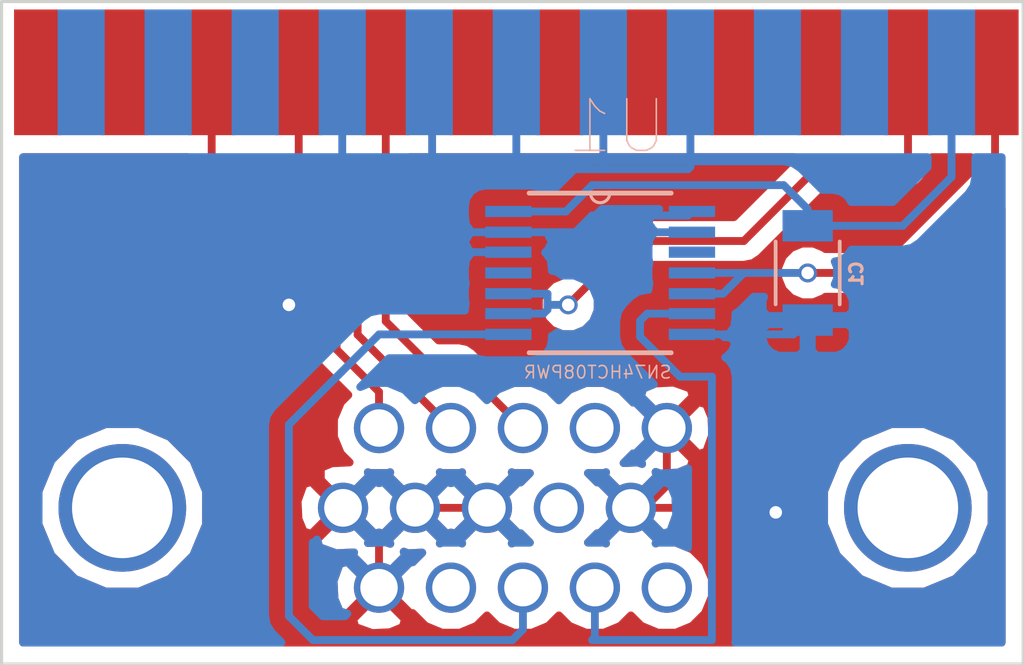
<source format=kicad_pcb>
(kicad_pcb (version 4) (host pcbnew 4.0.7)

  (general
    (links 27)
    (no_connects 0)
    (area 132.537999 83.007999 165.155 104.190001)
    (thickness 1.6)
    (drawings 4)
    (tracks 127)
    (zones 0)
    (modules 4)
    (nets 28)
  )

  (page A4)
  (layers
    (0 F.Cu signal hide)
    (31 B.Cu signal hide)
    (32 B.Adhes user)
    (33 F.Adhes user)
    (34 B.Paste user)
    (35 F.Paste user)
    (36 B.SilkS user)
    (37 F.SilkS user)
    (38 B.Mask user)
    (39 F.Mask user)
    (40 Dwgs.User user)
    (41 Cmts.User user)
    (42 Eco1.User user)
    (43 Eco2.User user)
    (44 Edge.Cuts user)
    (45 Margin user)
    (46 B.CrtYd user)
    (47 F.CrtYd user)
    (48 B.Fab user)
    (49 F.Fab user)
  )

  (setup
    (last_trace_width 0.25)
    (trace_clearance 0.2)
    (zone_clearance 0.508)
    (zone_45_only no)
    (trace_min 0.2)
    (segment_width 0.2)
    (edge_width 0.1)
    (via_size 0.6)
    (via_drill 0.4)
    (via_min_size 0.4)
    (via_min_drill 0.3)
    (uvia_size 0.3)
    (uvia_drill 0.1)
    (uvias_allowed no)
    (uvia_min_size 0.2)
    (uvia_min_drill 0.1)
    (pcb_text_width 0.3)
    (pcb_text_size 1.5 1.5)
    (mod_edge_width 0.15)
    (mod_text_size 1 1)
    (mod_text_width 0.15)
    (pad_size 1.5 1.5)
    (pad_drill 0.6)
    (pad_to_mask_clearance 0)
    (aux_axis_origin 0 0)
    (visible_elements 7FFFFFFF)
    (pcbplotparams
      (layerselection 0x010f0_80000001)
      (usegerberextensions true)
      (excludeedgelayer true)
      (linewidth 0.100000)
      (plotframeref false)
      (viasonmask false)
      (mode 1)
      (useauxorigin false)
      (hpglpennumber 1)
      (hpglpenspeed 20)
      (hpglpendiameter 15)
      (hpglpenoverlay 2)
      (psnegative false)
      (psa4output false)
      (plotreference true)
      (plotvalue true)
      (plotinvisibletext false)
      (padsonsilk false)
      (subtractmaskfromsilk false)
      (outputformat 1)
      (mirror false)
      (drillshape 0)
      (scaleselection 1)
      (outputdirectory gerbers/))
  )

  (net 0 "")
  (net 1 Vcc)
  (net 2 GND)
  (net 3 "Net-(J1-Pad1)")
  (net 4 "Net-(J1-Pad2)")
  (net 5 /Red)
  (net 6 /Green)
  (net 7 /Blue)
  (net 8 "Net-(J1-Pad6)")
  (net 9 "Net-(J1-Pad7)")
  (net 10 "Net-(J1-Pad8)")
  (net 11 "Net-(J1-Pad9)")
  (net 12 "Net-(J1-Pad10)")
  (net 13 /H_Sync)
  (net 14 /V_Sync)
  (net 15 "Net-(J1-Pad13)")
  (net 16 "Net-(J1-Pad14)")
  (net 17 "Net-(J1-Pad15)")
  (net 18 "Net-(J1-Pad21)")
  (net 19 "Net-(J1-Pad22)")
  (net 20 "Net-(J2-Pad15)")
  (net 21 /V_Sync_Buf)
  (net 22 /H_Sync_Buf)
  (net 23 "Net-(J2-Pad12)")
  (net 24 "Net-(J2-Pad9)")
  (net 25 "Net-(J2-Pad4)")
  (net 26 "Net-(U1-Pad3)")
  (net 27 "Net-(U1-Pad11)")

  (net_class Default "This is the default net class."
    (clearance 0.2)
    (trace_width 0.25)
    (via_dia 0.6)
    (via_drill 0.4)
    (uvia_dia 0.3)
    (uvia_drill 0.1)
    (add_net /Blue)
    (add_net /Green)
    (add_net /H_Sync)
    (add_net /H_Sync_Buf)
    (add_net /Red)
    (add_net /V_Sync)
    (add_net /V_Sync_Buf)
    (add_net GND)
    (add_net "Net-(J1-Pad1)")
    (add_net "Net-(J1-Pad10)")
    (add_net "Net-(J1-Pad13)")
    (add_net "Net-(J1-Pad14)")
    (add_net "Net-(J1-Pad15)")
    (add_net "Net-(J1-Pad2)")
    (add_net "Net-(J1-Pad21)")
    (add_net "Net-(J1-Pad22)")
    (add_net "Net-(J1-Pad6)")
    (add_net "Net-(J1-Pad7)")
    (add_net "Net-(J1-Pad8)")
    (add_net "Net-(J1-Pad9)")
    (add_net "Net-(J2-Pad12)")
    (add_net "Net-(J2-Pad15)")
    (add_net "Net-(J2-Pad4)")
    (add_net "Net-(J2-Pad9)")
    (add_net "Net-(U1-Pad11)")
    (add_net "Net-(U1-Pad3)")
    (add_net Vcc)
  )

  (module SOP65P640X120-14N (layer B.Cu) (tedit 5A51FE25) (tstamp 5A51FED2)
    (at 151.638 91.694 180)
    (path /5A4F4356)
    (attr smd)
    (fp_text reference U1 (at -0.534566 4.65822 180) (layer B.SilkS)
      (effects (font (size 1.64353 1.64353) (thickness 0.05)) (justify mirror))
    )
    (fp_text value SN74HCT08PWR (at 0.08 -3.16 180) (layer B.SilkS)
      (effects (font (size 0.4 0.4) (thickness 0.05)) (justify mirror))
    )
    (fp_line (start -2.2606 1.8034) (end -2.2606 2.1082) (layer Dwgs.User) (width 0.1524))
    (fp_line (start -2.2606 2.1082) (end -3.302 2.1082) (layer Dwgs.User) (width 0.1524))
    (fp_line (start -3.302 2.1082) (end -3.302 1.8034) (layer Dwgs.User) (width 0.1524))
    (fp_line (start -3.302 1.8034) (end -2.2606 1.8034) (layer Dwgs.User) (width 0.1524))
    (fp_line (start -2.2606 1.143) (end -2.2606 1.4478) (layer Dwgs.User) (width 0.1524))
    (fp_line (start -2.2606 1.4478) (end -3.302 1.4478) (layer Dwgs.User) (width 0.1524))
    (fp_line (start -3.302 1.4478) (end -3.302 1.143) (layer Dwgs.User) (width 0.1524))
    (fp_line (start -3.302 1.143) (end -2.2606 1.143) (layer Dwgs.User) (width 0.1524))
    (fp_line (start -2.2606 0.508) (end -2.2606 0.7874) (layer Dwgs.User) (width 0.1524))
    (fp_line (start -2.2606 0.7874) (end -3.302 0.7874) (layer Dwgs.User) (width 0.1524))
    (fp_line (start -3.302 0.7874) (end -3.302 0.508) (layer Dwgs.User) (width 0.1524))
    (fp_line (start -3.302 0.508) (end -2.2606 0.508) (layer Dwgs.User) (width 0.1524))
    (fp_line (start -2.2606 -0.1524) (end -2.2606 0.1524) (layer Dwgs.User) (width 0.1524))
    (fp_line (start -2.2606 0.1524) (end -3.302 0.1524) (layer Dwgs.User) (width 0.1524))
    (fp_line (start -3.302 0.1524) (end -3.302 -0.1524) (layer Dwgs.User) (width 0.1524))
    (fp_line (start -3.302 -0.1524) (end -2.2606 -0.1524) (layer Dwgs.User) (width 0.1524))
    (fp_line (start -2.2606 -0.7874) (end -2.2606 -0.508) (layer Dwgs.User) (width 0.1524))
    (fp_line (start -2.2606 -0.508) (end -3.302 -0.508) (layer Dwgs.User) (width 0.1524))
    (fp_line (start -3.302 -0.508) (end -3.302 -0.7874) (layer Dwgs.User) (width 0.1524))
    (fp_line (start -3.302 -0.7874) (end -2.2606 -0.7874) (layer Dwgs.User) (width 0.1524))
    (fp_line (start -2.2606 -1.4478) (end -2.2606 -1.143) (layer Dwgs.User) (width 0.1524))
    (fp_line (start -2.2606 -1.143) (end -3.302 -1.143) (layer Dwgs.User) (width 0.1524))
    (fp_line (start -3.302 -1.143) (end -3.302 -1.4478) (layer Dwgs.User) (width 0.1524))
    (fp_line (start -3.302 -1.4478) (end -2.2606 -1.4478) (layer Dwgs.User) (width 0.1524))
    (fp_line (start -2.2606 -2.1082) (end -2.2606 -1.8034) (layer Dwgs.User) (width 0.1524))
    (fp_line (start -2.2606 -1.8034) (end -3.302 -1.8034) (layer Dwgs.User) (width 0.1524))
    (fp_line (start -3.302 -1.8034) (end -3.302 -2.1082) (layer Dwgs.User) (width 0.1524))
    (fp_line (start -3.302 -2.1082) (end -2.2606 -2.1082) (layer Dwgs.User) (width 0.1524))
    (fp_line (start 2.2606 -1.8034) (end 2.2606 -2.1082) (layer Dwgs.User) (width 0.1524))
    (fp_line (start 2.2606 -2.1082) (end 3.302 -2.1082) (layer Dwgs.User) (width 0.1524))
    (fp_line (start 3.302 -2.1082) (end 3.302 -1.8034) (layer Dwgs.User) (width 0.1524))
    (fp_line (start 3.302 -1.8034) (end 2.2606 -1.8034) (layer Dwgs.User) (width 0.1524))
    (fp_line (start 2.2606 -1.143) (end 2.2606 -1.4478) (layer Dwgs.User) (width 0.1524))
    (fp_line (start 2.2606 -1.4478) (end 3.302 -1.4478) (layer Dwgs.User) (width 0.1524))
    (fp_line (start 3.302 -1.4478) (end 3.302 -1.143) (layer Dwgs.User) (width 0.1524))
    (fp_line (start 3.302 -1.143) (end 2.2606 -1.143) (layer Dwgs.User) (width 0.1524))
    (fp_line (start 2.2606 -0.508) (end 2.2606 -0.7874) (layer Dwgs.User) (width 0.1524))
    (fp_line (start 2.2606 -0.7874) (end 3.302 -0.7874) (layer Dwgs.User) (width 0.1524))
    (fp_line (start 3.302 -0.7874) (end 3.302 -0.508) (layer Dwgs.User) (width 0.1524))
    (fp_line (start 3.302 -0.508) (end 2.2606 -0.508) (layer Dwgs.User) (width 0.1524))
    (fp_line (start 2.2606 0.1524) (end 2.2606 -0.1524) (layer Dwgs.User) (width 0.1524))
    (fp_line (start 2.2606 -0.1524) (end 3.302 -0.1524) (layer Dwgs.User) (width 0.1524))
    (fp_line (start 3.302 -0.1524) (end 3.302 0.1524) (layer Dwgs.User) (width 0.1524))
    (fp_line (start 3.302 0.1524) (end 2.2606 0.1524) (layer Dwgs.User) (width 0.1524))
    (fp_line (start 2.2606 0.7874) (end 2.2606 0.508) (layer Dwgs.User) (width 0.1524))
    (fp_line (start 2.2606 0.508) (end 3.302 0.508) (layer Dwgs.User) (width 0.1524))
    (fp_line (start 3.302 0.508) (end 3.302 0.7874) (layer Dwgs.User) (width 0.1524))
    (fp_line (start 3.302 0.7874) (end 2.2606 0.7874) (layer Dwgs.User) (width 0.1524))
    (fp_line (start 2.2606 1.4478) (end 2.2606 1.143) (layer Dwgs.User) (width 0.1524))
    (fp_line (start 2.2606 1.143) (end 3.302 1.143) (layer Dwgs.User) (width 0.1524))
    (fp_line (start 3.302 1.143) (end 3.302 1.4478) (layer Dwgs.User) (width 0.1524))
    (fp_line (start 3.302 1.4478) (end 2.2606 1.4478) (layer Dwgs.User) (width 0.1524))
    (fp_line (start 2.2606 2.1082) (end 2.2606 1.8034) (layer Dwgs.User) (width 0.1524))
    (fp_line (start 2.2606 1.8034) (end 3.302 1.8034) (layer Dwgs.User) (width 0.1524))
    (fp_line (start 3.302 1.8034) (end 3.302 2.1082) (layer Dwgs.User) (width 0.1524))
    (fp_line (start 3.302 2.1082) (end 2.2606 2.1082) (layer Dwgs.User) (width 0.1524))
    (fp_line (start -2.2606 -2.54) (end 2.2606 -2.54) (layer Dwgs.User) (width 0.1524))
    (fp_line (start 2.2606 -2.54) (end 2.2606 2.54) (layer Dwgs.User) (width 0.1524))
    (fp_line (start 2.2606 2.54) (end 0.3048 2.54) (layer Dwgs.User) (width 0.1524))
    (fp_line (start 0.3048 2.54) (end -0.3048 2.54) (layer Dwgs.User) (width 0.1524))
    (fp_line (start -0.3048 2.54) (end -2.2606 2.54) (layer Dwgs.User) (width 0.1524))
    (fp_line (start -2.2606 2.54) (end -2.2606 -2.54) (layer Dwgs.User) (width 0.1524))
    (fp_arc (start 0 2.54) (end -0.3048 2.54) (angle 180) (layer Dwgs.User) (width 0))
    (fp_line (start -2.2606 -2.54) (end 2.2606 -2.54) (layer B.SilkS) (width 0.1524))
    (fp_line (start 2.2606 2.54) (end 0.3048 2.54) (layer B.SilkS) (width 0.1524))
    (fp_line (start 0.3048 2.54) (end -0.3048 2.54) (layer B.SilkS) (width 0.1524))
    (fp_line (start -0.3048 2.54) (end -2.2606 2.54) (layer B.SilkS) (width 0.1524))
    (fp_arc (start 0 2.54) (end -0.3048 2.54) (angle 180) (layer B.SilkS) (width 0))
    (pad 1 smd rect (at -2.921 1.9558 180) (size 1.4732 0.3556) (layers B.Cu B.Paste B.Mask)
      (net 2 GND))
    (pad 2 smd rect (at -2.921 1.2954 180) (size 1.4732 0.3556) (layers B.Cu B.Paste B.Mask)
      (net 2 GND))
    (pad 3 smd rect (at -2.921 0.6604 180) (size 1.4732 0.3556) (layers B.Cu B.Paste B.Mask)
      (net 26 "Net-(U1-Pad3)"))
    (pad 4 smd rect (at -2.921 0 180) (size 1.4732 0.3556) (layers B.Cu B.Paste B.Mask)
      (net 14 /V_Sync))
    (pad 5 smd rect (at -2.921 -0.6604 180) (size 1.4732 0.3556) (layers B.Cu B.Paste B.Mask)
      (net 14 /V_Sync))
    (pad 6 smd rect (at -2.921 -1.2954 180) (size 1.4732 0.3556) (layers B.Cu B.Paste B.Mask)
      (net 21 /V_Sync_Buf))
    (pad 7 smd rect (at -2.921 -1.9558 180) (size 1.4732 0.3556) (layers B.Cu B.Paste B.Mask)
      (net 2 GND))
    (pad 8 smd rect (at 2.921 -1.9558 180) (size 1.4732 0.3556) (layers B.Cu B.Paste B.Mask)
      (net 22 /H_Sync_Buf))
    (pad 9 smd rect (at 2.921 -1.2954 180) (size 1.4732 0.3556) (layers B.Cu B.Paste B.Mask)
      (net 13 /H_Sync))
    (pad 10 smd rect (at 2.921 -0.6604 180) (size 1.4732 0.3556) (layers B.Cu B.Paste B.Mask)
      (net 13 /H_Sync))
    (pad 11 smd rect (at 2.921 0 180) (size 1.4732 0.3556) (layers B.Cu B.Paste B.Mask)
      (net 27 "Net-(U1-Pad11)"))
    (pad 12 smd rect (at 2.921 0.6604 180) (size 1.4732 0.3556) (layers B.Cu B.Paste B.Mask)
      (net 2 GND))
    (pad 13 smd rect (at 2.921 1.2954 180) (size 1.4732 0.3556) (layers B.Cu B.Paste B.Mask)
      (net 2 GND))
    (pad 14 smd rect (at 2.921 1.9558 180) (size 1.4732 0.3556) (layers B.Cu B.Paste B.Mask)
      (net 1 Vcc))
  )

  (module Capacitors_SMD:C_1206 (layer B.Cu) (tedit 5A7076DF) (tstamp 5A51FE4C)
    (at 158.242 91.694 270)
    (descr "Capacitor SMD 1206, reflow soldering, AVX (see smccp.pdf)")
    (tags "capacitor 1206")
    (path /5A4F4FA7)
    (attr smd)
    (fp_text reference C1 (at 0.03 -1.55 270) (layer B.SilkS)
      (effects (font (size 0.4 0.4) (thickness 0.1)) (justify mirror))
    )
    (fp_text value 0.1uF (at 0.2 -2.25 270) (layer B.Fab)
      (effects (font (size 0.4 0.4) (thickness 0.1)) (justify mirror))
    )
    (fp_text user %R (at 0.06 -1.54 270) (layer B.Fab)
      (effects (font (size 0.4 0.4) (thickness 0.1)) (justify mirror))
    )
    (fp_line (start -1.6 -0.8) (end -1.6 0.8) (layer B.Fab) (width 0.1))
    (fp_line (start 1.6 -0.8) (end -1.6 -0.8) (layer B.Fab) (width 0.1))
    (fp_line (start 1.6 0.8) (end 1.6 -0.8) (layer B.Fab) (width 0.1))
    (fp_line (start -1.6 0.8) (end 1.6 0.8) (layer B.Fab) (width 0.1))
    (fp_line (start 1 1.02) (end -1 1.02) (layer B.SilkS) (width 0.12))
    (fp_line (start -1 -1.02) (end 1 -1.02) (layer B.SilkS) (width 0.12))
    (fp_line (start -2.25 1.05) (end 2.25 1.05) (layer B.CrtYd) (width 0.05))
    (fp_line (start -2.25 1.05) (end -2.25 -1.05) (layer B.CrtYd) (width 0.05))
    (fp_line (start 2.25 -1.05) (end 2.25 1.05) (layer B.CrtYd) (width 0.05))
    (fp_line (start 2.25 -1.05) (end -2.25 -1.05) (layer B.CrtYd) (width 0.05))
    (pad 1 smd rect (at -1.5 0 270) (size 1 1.6) (layers B.Cu B.Paste B.Mask)
      (net 1 Vcc))
    (pad 2 smd rect (at 1.5 0 270) (size 1 1.6) (layers B.Cu B.Paste B.Mask)
      (net 2 GND))
    (model Capacitors_SMD.3dshapes/C_1206.wrl
      (at (xyz 0 0 0))
      (scale (xyz 1 1 1))
      (rotate (xyz 0 0 0))
    )
  )

  (module conn-db23_Female_Solder_Cup:conn-db23_Female_Solder_Cup (layer F.Cu) (tedit 5A4F71D7) (tstamp 5A51FE67)
    (at 148.97 85.31)
    (path /5A4F3E7D)
    (fp_text reference J1 (at -1.93 2.59) (layer F.SilkS) hide
      (effects (font (size 0.59944 0.59944) (thickness 0.0508)))
    )
    (fp_text value "DB23 Female" (at 6.49 2.55) (layer F.SilkS) hide
      (effects (font (size 0.59944 0.59944) (thickness 0.0508)))
    )
    (pad 1 smd rect (at -15.235 0) (size 1.5 4) (layers F.Cu F.Paste F.Mask)
      (net 3 "Net-(J1-Pad1)"))
    (pad 2 smd rect (at -12.465 0) (size 1.5 4) (layers F.Cu F.Paste F.Mask)
      (net 4 "Net-(J1-Pad2)"))
    (pad 3 smd rect (at -9.695 0) (size 1.5 4) (layers F.Cu F.Paste F.Mask)
      (net 5 /Red))
    (pad 4 smd rect (at -6.925 0) (size 1.5 4) (layers F.Cu F.Paste F.Mask)
      (net 6 /Green))
    (pad 5 smd rect (at -4.155 0) (size 1.5 4) (layers F.Cu F.Paste F.Mask)
      (net 7 /Blue))
    (pad 6 smd rect (at -1.385 0) (size 1.5 4) (layers F.Cu F.Paste F.Mask)
      (net 8 "Net-(J1-Pad6)"))
    (pad 7 smd rect (at 1.385 0) (size 1.5 4) (layers F.Cu F.Paste F.Mask)
      (net 9 "Net-(J1-Pad7)"))
    (pad 8 smd rect (at 4.155 0) (size 1.5 4) (layers F.Cu F.Paste F.Mask)
      (net 10 "Net-(J1-Pad8)"))
    (pad 9 smd rect (at 6.925 0) (size 1.5 4) (layers F.Cu F.Paste F.Mask)
      (net 11 "Net-(J1-Pad9)"))
    (pad 10 smd rect (at 9.695 0) (size 1.5 4) (layers F.Cu F.Paste F.Mask)
      (net 12 "Net-(J1-Pad10)"))
    (pad 11 smd rect (at 12.465 0) (size 1.5 4) (layers F.Cu F.Paste F.Mask)
      (net 13 /H_Sync))
    (pad 12 smd rect (at 15.235 0) (size 1.5 4) (layers F.Cu F.Paste F.Mask)
      (net 14 /V_Sync))
    (pad 13 smd rect (at -13.85 0) (size 1.5 4) (layers B.Cu B.Paste B.Mask)
      (net 15 "Net-(J1-Pad13)"))
    (pad 14 smd rect (at -11.08 0) (size 1.5 4) (layers B.Cu B.Paste B.Mask)
      (net 16 "Net-(J1-Pad14)"))
    (pad 15 smd rect (at -8.31 0) (size 1.5 4) (layers B.Cu B.Paste B.Mask)
      (net 17 "Net-(J1-Pad15)"))
    (pad 16 smd rect (at -5.54 0) (size 1.5 4) (layers B.Cu B.Paste B.Mask)
      (net 2 GND))
    (pad 17 smd rect (at -2.77 0) (size 1.5 4) (layers B.Cu B.Paste B.Mask)
      (net 2 GND))
    (pad 18 smd rect (at 0 0) (size 1.5 4) (layers B.Cu B.Paste B.Mask)
      (net 2 GND))
    (pad 19 smd rect (at 2.77 0) (size 1.5 4) (layers B.Cu B.Paste B.Mask)
      (net 2 GND))
    (pad 20 smd rect (at 5.54 0) (size 1.5 4) (layers B.Cu B.Paste B.Mask)
      (net 2 GND))
    (pad 21 smd rect (at 8.31 0) (size 1.5 4) (layers B.Cu B.Paste B.Mask)
      (net 18 "Net-(J1-Pad21)"))
    (pad 22 smd rect (at 11.08 0) (size 1.5 4) (layers B.Cu B.Paste B.Mask)
      (net 19 "Net-(J1-Pad22)"))
    (pad 23 smd rect (at 13.85 0) (size 1.5 4) (layers B.Cu B.Paste B.Mask)
      (net 1 Vcc))
    (model conn_db23f_solder_cup.wrl
      (at (xyz 0 0 0))
      (scale (xyz 1 1 1))
      (rotate (xyz 0 0 0))
    )
  )

  (module conn-db15-SPC15430:conn_SPC15430 (layer B.Cu) (tedit 5A51EDF8) (tstamp 5A51FE7C)
    (at 148.93 99.17)
    (path /5A4F3545)
    (fp_text reference J2 (at -12.6 2.97) (layer B.SilkS) hide
      (effects (font (size 0.59944 0.59944) (thickness 0.0508)) (justify mirror))
    )
    (fp_text value "HD15 Female" (at 12.36 2.97) (layer B.SilkS) hide
      (effects (font (size 0.59944 0.59944) (thickness 0.0508)) (justify mirror))
    )
    (pad 0 thru_hole circle (at -12.49934 0) (size 4.064 4.064) (drill 3.2004) (layers *.Cu *.Mask))
    (pad 0 thru_hole circle (at 12.49934 0) (size 4.064 4.064) (drill 3.2004) (layers *.Cu *.Mask))
    (pad 15 thru_hole circle (at 4.83 2.54) (size 1.6002 1.6002) (drill 1.19126) (layers *.Cu *.Mask)
      (net 20 "Net-(J2-Pad15)"))
    (pad 10 thru_hole circle (at 3.685 0) (size 1.6002 1.6002) (drill 1.19126) (layers *.Cu *.Mask)
      (net 2 GND))
    (pad 14 thru_hole circle (at 2.54 2.54) (size 1.6002 1.6002) (drill 1.19126) (layers *.Cu *.Mask)
      (net 21 /V_Sync_Buf))
    (pad 13 thru_hole circle (at 0.25 2.54) (size 1.6002 1.6002) (drill 1.19126) (layers *.Cu *.Mask)
      (net 22 /H_Sync_Buf))
    (pad 12 thru_hole circle (at -2.04 2.54) (size 1.6002 1.6002) (drill 1.19126) (layers *.Cu *.Mask)
      (net 23 "Net-(J2-Pad12)"))
    (pad 11 thru_hole circle (at -4.33 2.54) (size 1.6002 1.6002) (drill 1.19126) (layers *.Cu *.Mask)
      (net 2 GND))
    (pad 9 thru_hole circle (at 1.395 0) (size 1.6002 1.6002) (drill 1.19126) (layers *.Cu *.Mask)
      (net 24 "Net-(J2-Pad9)"))
    (pad 8 thru_hole circle (at -0.895 0) (size 1.6002 1.6002) (drill 1.19126) (layers *.Cu *.Mask)
      (net 2 GND))
    (pad 7 thru_hole circle (at -3.185 0) (size 1.6002 1.6002) (drill 1.19126) (layers *.Cu *.Mask)
      (net 2 GND))
    (pad 6 thru_hole circle (at -5.475 0) (size 1.6002 1.6002) (drill 1.2) (layers *.Cu *.Mask)
      (net 2 GND))
    (pad 5 thru_hole circle (at 4.83 -2.54) (size 1.6002 1.6002) (drill 1.19126) (layers *.Cu *.Mask)
      (net 2 GND))
    (pad 4 thru_hole circle (at 2.54 -2.54) (size 1.6002 1.6002) (drill 1.19126) (layers *.Cu *.Mask)
      (net 25 "Net-(J2-Pad4)"))
    (pad 3 thru_hole circle (at 0.25 -2.54) (size 1.6002 1.6002) (drill 1.19126) (layers *.Cu *.Mask)
      (net 7 /Blue))
    (pad 2 thru_hole circle (at -2.04 -2.54) (size 1.6002 1.6002) (drill 1.19126) (layers *.Cu *.Mask)
      (net 6 /Green))
    (pad 1 thru_hole circle (at -4.33 -2.54) (size 1.6002 1.6002) (drill 1.19126) (layers *.Cu *.Mask)
      (net 5 /Red))
    (model conn_spc15430.wrl
      (at (xyz 0 0 0))
      (scale (xyz 1 1 1))
      (rotate (xyz 0 0 0))
    )
  )

  (gr_line (start 132.588 104.14) (end 132.588 83.058) (angle 90) (layer Edge.Cuts) (width 0.1))
  (gr_line (start 165.1 104.14) (end 132.588 104.14) (angle 90) (layer Edge.Cuts) (width 0.1))
  (gr_line (start 165.1 83.058) (end 165.1 104.14) (angle 90) (layer Edge.Cuts) (width 0.1))
  (gr_line (start 132.588 83.058) (end 165.1 83.058) (angle 90) (layer Edge.Cuts) (width 0.1))

  (segment (start 148.717 89.7382) (end 150.5458 89.7382) (width 0.25) (layer B.Cu) (net 1))
  (segment (start 158.242 89.662) (end 158.242 90.194) (width 0.25) (layer B.Cu) (net 1) (tstamp 5A520AC1))
  (segment (start 157.48 88.9) (end 158.242 89.662) (width 0.25) (layer B.Cu) (net 1) (tstamp 5A520AC0))
  (segment (start 151.384 88.9) (end 157.48 88.9) (width 0.25) (layer B.Cu) (net 1) (tstamp 5A520ABF))
  (segment (start 150.5458 89.7382) (end 151.384 88.9) (width 0.25) (layer B.Cu) (net 1) (tstamp 5A520ABD))
  (segment (start 162.82 85.31) (end 162.82 88.64) (width 0.25) (layer B.Cu) (net 1))
  (segment (start 161.266 90.194) (end 158.242 90.194) (width 0.25) (layer B.Cu) (net 1) (tstamp 5A520975))
  (segment (start 162.82 88.64) (end 161.266 90.194) (width 0.25) (layer B.Cu) (net 1) (tstamp 5A520972))
  (segment (start 154.559 93.6498) (end 157.7862 93.6498) (width 0.25) (layer B.Cu) (net 2))
  (segment (start 157.7862 93.6498) (end 158.242 93.194) (width 0.25) (layer B.Cu) (net 2) (tstamp 5A520BEE))
  (segment (start 154.559 90.3986) (end 153.1874 90.3986) (width 0.25) (layer B.Cu) (net 2))
  (segment (start 152.908 89.916) (end 152.908 89.8652) (width 0.25) (layer B.Cu) (net 2) (tstamp 5A520BDA))
  (segment (start 152.8572 89.8652) (end 152.908 89.916) (width 0.25) (layer B.Cu) (net 2) (tstamp 5A520BD9))
  (segment (start 152.654 89.8652) (end 152.8572 89.8652) (width 0.25) (layer B.Cu) (net 2) (tstamp 5A520BD8))
  (segment (start 153.1874 90.3986) (end 152.654 89.8652) (width 0.25) (layer B.Cu) (net 2) (tstamp 5A520BD7))
  (segment (start 146.29 90.17) (end 146.29 92.188) (width 0.25) (layer B.Cu) (net 2))
  (segment (start 142.748 98.463) (end 143.455 99.17) (width 0.25) (layer F.Cu) (net 2) (tstamp 5A520B23))
  (segment (start 142.748 96.012) (end 142.748 98.463) (width 0.25) (layer F.Cu) (net 2) (tstamp 5A520B1F))
  (segment (start 141.732 94.996) (end 142.748 96.012) (width 0.25) (layer F.Cu) (net 2) (tstamp 5A520B1D))
  (segment (start 141.732 92.71) (end 141.732 94.996) (width 0.25) (layer F.Cu) (net 2) (tstamp 5A520B1C))
  (via (at 141.732 92.71) (size 0.6) (drill 0.4) (layers F.Cu B.Cu) (net 2))
  (segment (start 145.768 92.71) (end 141.732 92.71) (width 0.25) (layer B.Cu) (net 2) (tstamp 5A520B15))
  (segment (start 146.29 92.188) (end 145.768 92.71) (width 0.25) (layer B.Cu) (net 2) (tstamp 5A520B14))
  (segment (start 151.74 85.31) (end 151.74 88.392) (width 0.25) (layer B.Cu) (net 2))
  (segment (start 151.74 88.392) (end 151.638 88.392) (width 0.25) (layer B.Cu) (net 2) (tstamp 5A520ADE))
  (segment (start 148.97 85.31) (end 148.97 88.392) (width 0.25) (layer B.Cu) (net 2))
  (segment (start 148.97 88.392) (end 148.844 88.392) (width 0.25) (layer B.Cu) (net 2) (tstamp 5A520AD9))
  (segment (start 146.29 88.392) (end 148.844 88.392) (width 0.25) (layer B.Cu) (net 2))
  (segment (start 148.844 88.392) (end 151.638 88.392) (width 0.25) (layer B.Cu) (net 2) (tstamp 5A520ADC))
  (segment (start 151.638 88.392) (end 154.432 88.392) (width 0.25) (layer B.Cu) (net 2) (tstamp 5A520AE1))
  (segment (start 154.432 88.392) (end 154.51 88.314) (width 0.25) (layer B.Cu) (net 2) (tstamp 5A520AD5))
  (segment (start 154.51 88.314) (end 154.51 85.31) (width 0.25) (layer B.Cu) (net 2) (tstamp 5A520AD6))
  (segment (start 148.717 90.3986) (end 150.8506 90.3986) (width 0.25) (layer B.Cu) (net 2))
  (segment (start 150.8506 90.3986) (end 151.384 89.8652) (width 0.25) (layer B.Cu) (net 2) (tstamp 5A520AC9))
  (segment (start 151.384 89.8652) (end 151.638 89.8652) (width 0.25) (layer B.Cu) (net 2) (tstamp 5A520ACA))
  (segment (start 151.638 89.8652) (end 152.908 89.8652) (width 0.25) (layer B.Cu) (net 2) (tstamp 5A520D05))
  (segment (start 152.908 89.8652) (end 154.432 89.8652) (width 0.25) (layer B.Cu) (net 2) (tstamp 5A520BDB))
  (segment (start 154.432 89.8652) (end 154.559 89.7382) (width 0.25) (layer B.Cu) (net 2) (tstamp 5A520ACB))
  (segment (start 152.615 99.17) (end 157.082 99.17) (width 0.25) (layer F.Cu) (net 2))
  (segment (start 158.242 98.298) (end 158.242 93.194) (width 0.25) (layer B.Cu) (net 2) (tstamp 5A5209F8))
  (segment (start 157.226 99.314) (end 158.242 98.298) (width 0.25) (layer B.Cu) (net 2) (tstamp 5A5209F7))
  (via (at 157.226 99.314) (size 0.6) (drill 0.4) (layers F.Cu B.Cu) (net 2))
  (segment (start 157.082 99.17) (end 157.226 99.314) (width 0.25) (layer F.Cu) (net 2) (tstamp 5A5209EF))
  (segment (start 152.615 99.17) (end 153.052 99.17) (width 0.25) (layer F.Cu) (net 2))
  (segment (start 153.052 99.17) (end 153.76 98.462) (width 0.25) (layer F.Cu) (net 2) (tstamp 5A5209EB))
  (segment (start 153.76 98.462) (end 153.76 96.63) (width 0.25) (layer F.Cu) (net 2) (tstamp 5A5209EC))
  (segment (start 145.745 99.17) (end 148.035 99.17) (width 0.25) (layer F.Cu) (net 2))
  (segment (start 144.4435 100.1585) (end 144.7565 100.1585) (width 0.25) (layer F.Cu) (net 2))
  (segment (start 144.7565 100.1585) (end 145.745 99.17) (width 0.25) (layer F.Cu) (net 2) (tstamp 5A5209E2))
  (segment (start 144.6 101.71) (end 144.6 100.315) (width 0.25) (layer F.Cu) (net 2))
  (segment (start 144.6 100.315) (end 144.4435 100.1585) (width 0.25) (layer F.Cu) (net 2) (tstamp 5A5209DC))
  (segment (start 144.4435 100.1585) (end 143.455 99.17) (width 0.25) (layer F.Cu) (net 2) (tstamp 5A5209E0))
  (segment (start 146.812 90.424) (end 146.812 90.3986) (width 0.25) (layer B.Cu) (net 2) (tstamp 5A5208E1))
  (segment (start 146.8374 90.3986) (end 146.812 90.424) (width 0.25) (layer B.Cu) (net 2) (tstamp 5A5208DF))
  (segment (start 147.4724 91.0336) (end 146.8374 90.3986) (width 0.25) (layer B.Cu) (net 2) (tstamp 5A5208DE))
  (segment (start 148.717 91.0336) (end 147.4724 91.0336) (width 0.25) (layer B.Cu) (net 2))
  (segment (start 146.812 90.3986) (end 146.3294 90.3986) (width 0.25) (layer B.Cu) (net 2) (tstamp 5A5208E2))
  (segment (start 148.717 90.3986) (end 146.812 90.3986) (width 0.25) (layer B.Cu) (net 2))
  (segment (start 146.29 90.3592) (end 146.29 90.17) (width 0.25) (layer B.Cu) (net 2) (tstamp 5A5208DB))
  (segment (start 146.29 90.17) (end 146.29 88.77) (width 0.25) (layer B.Cu) (net 2) (tstamp 5A520B12))
  (segment (start 146.3294 90.3986) (end 146.29 90.3592) (width 0.25) (layer B.Cu) (net 2) (tstamp 5A5208DA))
  (segment (start 148.96 85.32) (end 148.97 85.31) (width 0.25) (layer B.Cu) (net 2) (tstamp 5A520300))
  (segment (start 146.29 88.8) (end 146.29 88.77) (width 0.25) (layer B.Cu) (net 2))
  (segment (start 146.29 88.77) (end 146.29 88.392) (width 0.25) (layer B.Cu) (net 2) (tstamp 5A5205B2))
  (segment (start 146.29 88.392) (end 146.29 85.4) (width 0.25) (layer B.Cu) (net 2) (tstamp 5A520AD3))
  (segment (start 146.29 85.4) (end 146.2 85.31) (width 0.25) (layer B.Cu) (net 2) (tstamp 5A5202FA))
  (segment (start 143.43 88.79) (end 143.43 85.31) (width 0.25) (layer B.Cu) (net 2) (tstamp 5A5202E6))
  (segment (start 143.42 88.8) (end 143.43 88.79) (width 0.25) (layer B.Cu) (net 2) (tstamp 5A5202E5))
  (segment (start 146.29 88.8) (end 143.42 88.8) (width 0.25) (layer B.Cu) (net 2) (tstamp 5A5202F8))
  (segment (start 139.275 85.31) (end 139.275 88.755) (width 0.25) (layer F.Cu) (net 5))
  (segment (start 144.6 95.48) (end 144.6 96.63) (width 0.25) (layer F.Cu) (net 5) (tstamp 5A520352))
  (segment (start 143.25 94.13) (end 144.6 95.48) (width 0.25) (layer F.Cu) (net 5) (tstamp 5A520351))
  (segment (start 143.25 91.06) (end 143.25 94.13) (width 0.25) (layer F.Cu) (net 5) (tstamp 5A520350))
  (segment (start 143.02 90.83) (end 143.25 91.06) (width 0.25) (layer F.Cu) (net 5) (tstamp 5A52034F))
  (segment (start 141.26 90.83) (end 143.02 90.83) (width 0.25) (layer F.Cu) (net 5) (tstamp 5A52034E))
  (segment (start 141.18 90.75) (end 141.26 90.83) (width 0.25) (layer F.Cu) (net 5) (tstamp 5A52034D))
  (segment (start 141.18 88.88) (end 141.18 90.75) (width 0.25) (layer F.Cu) (net 5) (tstamp 5A52034C))
  (segment (start 141.07 88.77) (end 141.18 88.88) (width 0.25) (layer F.Cu) (net 5) (tstamp 5A52034B))
  (segment (start 139.29 88.77) (end 141.07 88.77) (width 0.25) (layer F.Cu) (net 5) (tstamp 5A52034A))
  (segment (start 139.275 88.755) (end 139.29 88.77) (width 0.25) (layer F.Cu) (net 5) (tstamp 5A520349))
  (segment (start 142.045 85.31) (end 142.045 89.825) (width 0.25) (layer F.Cu) (net 6))
  (segment (start 143.92 93.66) (end 146.89 96.63) (width 0.25) (layer F.Cu) (net 6) (tstamp 5A520336))
  (segment (start 143.92 90.05) (end 143.92 93.66) (width 0.25) (layer F.Cu) (net 6) (tstamp 5A520335))
  (segment (start 143.7 89.83) (end 143.92 90.05) (width 0.25) (layer F.Cu) (net 6) (tstamp 5A520334))
  (segment (start 142.05 89.83) (end 143.7 89.83) (width 0.25) (layer F.Cu) (net 6) (tstamp 5A520333))
  (segment (start 142.045 89.825) (end 142.05 89.83) (width 0.25) (layer F.Cu) (net 6) (tstamp 5A520332))
  (segment (start 144.815 85.31) (end 144.815 93.235) (width 0.25) (layer F.Cu) (net 7))
  (segment (start 147.15 94.6) (end 149.18 96.63) (width 0.25) (layer F.Cu) (net 7) (tstamp 5A520345))
  (segment (start 146.18 94.6) (end 147.15 94.6) (width 0.25) (layer F.Cu) (net 7) (tstamp 5A520344))
  (segment (start 144.815 93.235) (end 146.18 94.6) (width 0.25) (layer F.Cu) (net 7) (tstamp 5A520343))
  (segment (start 149.9616 92.71) (end 150.622 92.71) (width 0.25) (layer B.Cu) (net 13))
  (segment (start 161.435 88.247) (end 161.435 85.31) (width 0.25) (layer F.Cu) (net 13) (tstamp 5A520CDE))
  (segment (start 161.29 88.392) (end 161.435 88.247) (width 0.25) (layer F.Cu) (net 13) (tstamp 5A520CDD))
  (segment (start 158.496 88.392) (end 161.29 88.392) (width 0.25) (layer F.Cu) (net 13) (tstamp 5A520CDB))
  (segment (start 156.21 90.678) (end 158.496 88.392) (width 0.25) (layer F.Cu) (net 13) (tstamp 5A520CD9))
  (segment (start 152.654 90.678) (end 156.21 90.678) (width 0.25) (layer F.Cu) (net 13) (tstamp 5A520CD7))
  (segment (start 150.622 92.71) (end 152.654 90.678) (width 0.25) (layer F.Cu) (net 13) (tstamp 5A520CD6))
  (via (at 150.622 92.71) (size 0.6) (drill 0.4) (layers F.Cu B.Cu) (net 13))
  (segment (start 149.9616 92.3544) (end 149.9616 92.71) (width 0.25) (layer B.Cu) (net 13))
  (segment (start 149.9616 92.71) (end 149.9616 92.8624) (width 0.25) (layer B.Cu) (net 13) (tstamp 5A520CD2))
  (segment (start 149.8346 92.9894) (end 148.717 92.9894) (width 0.25) (layer B.Cu) (net 13) (tstamp 5A520C0F))
  (segment (start 149.9616 92.8624) (end 149.8346 92.9894) (width 0.25) (layer B.Cu) (net 13) (tstamp 5A520C0D))
  (segment (start 148.717 92.3544) (end 149.9616 92.3544) (width 0.25) (layer B.Cu) (net 13))
  (segment (start 154.559 92.3544) (end 155.5496 92.3544) (width 0.25) (layer B.Cu) (net 14))
  (segment (start 155.5496 92.3544) (end 156.21 91.694) (width 0.25) (layer B.Cu) (net 14) (tstamp 5A520905))
  (segment (start 154.559 91.694) (end 156.21 91.694) (width 0.25) (layer B.Cu) (net 14))
  (segment (start 156.21 91.694) (end 158.242 91.694) (width 0.25) (layer B.Cu) (net 14) (tstamp 5A520909))
  (segment (start 164.205 88.779) (end 164.205 85.31) (width 0.25) (layer F.Cu) (net 14) (tstamp 5A5208FF))
  (segment (start 161.29 91.694) (end 164.205 88.779) (width 0.25) (layer F.Cu) (net 14) (tstamp 5A5208FE))
  (segment (start 158.242 91.694) (end 161.29 91.694) (width 0.25) (layer F.Cu) (net 14) (tstamp 5A5208FD))
  (via (at 158.242 91.694) (size 0.6) (drill 0.4) (layers F.Cu B.Cu) (net 14))
  (segment (start 154.559 92.9894) (end 153.1366 92.9894) (width 0.25) (layer B.Cu) (net 21))
  (segment (start 151.47 103.292) (end 151.47 101.71) (width 0.25) (layer B.Cu) (net 21) (tstamp 5A520D72))
  (segment (start 151.384 103.378) (end 151.47 103.292) (width 0.25) (layer B.Cu) (net 21) (tstamp 5A520D70))
  (segment (start 155.194 103.378) (end 151.384 103.378) (width 0.25) (layer B.Cu) (net 21) (tstamp 5A520D6D))
  (segment (start 155.194 94.996) (end 155.194 103.378) (width 0.25) (layer B.Cu) (net 21) (tstamp 5A520D6C))
  (segment (start 154.178 94.996) (end 155.194 94.996) (width 0.25) (layer B.Cu) (net 21) (tstamp 5A520D69))
  (segment (start 152.908 93.726) (end 154.178 94.996) (width 0.25) (layer B.Cu) (net 21) (tstamp 5A520D68))
  (segment (start 152.908 93.218) (end 152.908 93.726) (width 0.25) (layer B.Cu) (net 21) (tstamp 5A520D67))
  (segment (start 153.1366 92.9894) (end 152.908 93.218) (width 0.25) (layer B.Cu) (net 21) (tstamp 5A520D66))
  (segment (start 149.18 101.71) (end 149.18 103.042) (width 0.25) (layer B.Cu) (net 22))
  (segment (start 144.6022 93.6498) (end 148.717 93.6498) (width 0.25) (layer B.Cu) (net 22) (tstamp 5A5208BE))
  (segment (start 141.732 96.52) (end 144.6022 93.6498) (width 0.25) (layer B.Cu) (net 22) (tstamp 5A5208BD))
  (segment (start 141.732 102.616) (end 141.732 96.52) (width 0.25) (layer B.Cu) (net 22) (tstamp 5A5208BC))
  (segment (start 142.494 103.378) (end 141.732 102.616) (width 0.25) (layer B.Cu) (net 22) (tstamp 5A5208BB))
  (segment (start 148.844 103.378) (end 142.494 103.378) (width 0.25) (layer B.Cu) (net 22) (tstamp 5A5208BA))
  (segment (start 149.18 103.042) (end 148.844 103.378) (width 0.25) (layer B.Cu) (net 22) (tstamp 5A5208B9))

  (zone (net 2) (net_name GND) (layer F.Cu) (tstamp 5A520ECC) (hatch edge 0.508)
    (connect_pads (clearance 0.508))
    (min_thickness 0.254)
    (fill yes (arc_segments 16) (thermal_gap 0.508) (thermal_bridge_width 0.508) (smoothing chamfer))
    (polygon
      (pts
        (xy 164.846 103.886) (xy 133.096 103.886) (xy 133.096 87.884) (xy 164.846 87.884)
      )
    )
    (filled_polygon
      (pts
        (xy 138.515 88.755) (xy 138.572852 89.045839) (xy 138.737599 89.292401) (xy 138.752599 89.307401) (xy 138.99916 89.472148)
        (xy 139.29 89.53) (xy 140.42 89.53) (xy 140.42 90.75) (xy 140.477852 91.040839) (xy 140.642599 91.287401)
        (xy 140.722599 91.367401) (xy 140.969161 91.532148) (xy 141.26 91.59) (xy 142.49 91.59) (xy 142.49 94.13)
        (xy 142.547852 94.420839) (xy 142.712599 94.667401) (xy 143.622863 95.577665) (xy 143.384091 95.81602) (xy 143.16515 96.343289)
        (xy 143.164652 96.914207) (xy 143.382672 97.441857) (xy 143.663649 97.723325) (xy 143.10153 97.750121) (xy 142.700935 97.916053)
        (xy 142.626788 98.162183) (xy 143.455 98.990395) (xy 144.283212 98.162183) (xy 144.245398 98.036659) (xy 144.313289 98.06485)
        (xy 144.884207 98.065348) (xy 144.954739 98.036205) (xy 144.916788 98.162183) (xy 145.745 98.990395) (xy 146.573212 98.162183)
        (xy 146.535398 98.036659) (xy 146.603289 98.06485) (xy 147.174207 98.065348) (xy 147.244739 98.036205) (xy 147.206788 98.162183)
        (xy 148.035 98.990395) (xy 148.863212 98.162183) (xy 148.825398 98.036659) (xy 148.893289 98.06485) (xy 149.400326 98.065292)
        (xy 149.109091 98.35602) (xy 149.106975 98.361116) (xy 149.042817 98.341788) (xy 148.214605 99.17) (xy 149.042817 99.998212)
        (xy 149.106503 99.979027) (xy 149.107672 99.981857) (xy 149.400396 100.275092) (xy 148.895793 100.274652) (xy 148.825261 100.303795)
        (xy 148.863212 100.177817) (xy 148.035 99.349605) (xy 147.206788 100.177817) (xy 147.244602 100.303341) (xy 147.176711 100.27515)
        (xy 146.605793 100.274652) (xy 146.535261 100.303795) (xy 146.573212 100.177817) (xy 145.745 99.349605) (xy 144.916788 100.177817)
        (xy 144.957686 100.313577) (xy 144.8168 100.262936) (xy 144.249422 100.289983) (xy 144.283212 100.177817) (xy 143.455 99.349605)
        (xy 142.626788 100.177817) (xy 142.700935 100.423947) (xy 143.2382 100.617064) (xy 143.805578 100.590017) (xy 143.771788 100.702183)
        (xy 144.6 101.530395) (xy 145.428212 100.702183) (xy 145.387314 100.566423) (xy 145.5282 100.617064) (xy 145.974864 100.595771)
        (xy 145.674091 100.89602) (xy 145.671975 100.901116) (xy 145.607817 100.881788) (xy 144.779605 101.71) (xy 145.607817 102.538212)
        (xy 145.671503 102.519027) (xy 145.672672 102.521857) (xy 146.07602 102.925909) (xy 146.603289 103.14485) (xy 147.174207 103.145348)
        (xy 147.701857 102.927328) (xy 148.035227 102.594539) (xy 148.36602 102.925909) (xy 148.893289 103.14485) (xy 149.464207 103.145348)
        (xy 149.991857 102.927328) (xy 150.325227 102.594539) (xy 150.65602 102.925909) (xy 151.183289 103.14485) (xy 151.754207 103.145348)
        (xy 152.281857 102.927328) (xy 152.615227 102.594539) (xy 152.94602 102.925909) (xy 153.473289 103.14485) (xy 154.044207 103.145348)
        (xy 154.571857 102.927328) (xy 154.975909 102.52398) (xy 155.19485 101.996711) (xy 155.195348 101.425793) (xy 154.977328 100.898143)
        (xy 154.57398 100.494091) (xy 154.046711 100.27515) (xy 153.475793 100.274652) (xy 153.405261 100.303795) (xy 153.443212 100.177817)
        (xy 152.615 99.349605) (xy 151.786788 100.177817) (xy 151.824602 100.303341) (xy 151.756711 100.27515) (xy 151.249674 100.274708)
        (xy 151.540909 99.98398) (xy 151.543025 99.978884) (xy 151.607183 99.998212) (xy 152.435395 99.17) (xy 152.794605 99.17)
        (xy 153.622817 99.998212) (xy 153.868947 99.924065) (xy 153.950143 99.698172) (xy 158.761878 99.698172) (xy 159.167049 100.678761)
        (xy 159.916633 101.429655) (xy 160.896513 101.836536) (xy 161.957512 101.837462) (xy 162.938101 101.432291) (xy 163.688995 100.682707)
        (xy 164.095876 99.702827) (xy 164.096802 98.641828) (xy 163.691631 97.661239) (xy 162.942047 96.910345) (xy 161.962167 96.503464)
        (xy 160.901168 96.502538) (xy 159.920579 96.907709) (xy 159.169685 97.657293) (xy 158.762804 98.637173) (xy 158.761878 99.698172)
        (xy 153.950143 99.698172) (xy 154.062064 99.3868) (xy 154.034879 98.81653) (xy 153.868947 98.415935) (xy 153.622817 98.341788)
        (xy 152.794605 99.17) (xy 152.435395 99.17) (xy 151.607183 98.341788) (xy 151.543497 98.360973) (xy 151.542328 98.358143)
        (xy 151.249604 98.064908) (xy 151.754207 98.065348) (xy 151.824739 98.036205) (xy 151.786788 98.162183) (xy 152.615 98.990395)
        (xy 153.443212 98.162183) (xy 153.402314 98.026423) (xy 153.5432 98.077064) (xy 154.11347 98.049879) (xy 154.514065 97.883947)
        (xy 154.588212 97.637817) (xy 153.76 96.809605) (xy 152.931788 97.637817) (xy 152.972686 97.773577) (xy 152.8318 97.722936)
        (xy 152.385136 97.744229) (xy 152.685909 97.44398) (xy 152.688025 97.438884) (xy 152.752183 97.458212) (xy 153.580395 96.63)
        (xy 153.939605 96.63) (xy 154.767817 97.458212) (xy 155.013947 97.384065) (xy 155.207064 96.8468) (xy 155.179879 96.27653)
        (xy 155.013947 95.875935) (xy 154.767817 95.801788) (xy 153.939605 96.63) (xy 153.580395 96.63) (xy 152.752183 95.801788)
        (xy 152.688497 95.820973) (xy 152.687328 95.818143) (xy 152.49171 95.622183) (xy 152.931788 95.622183) (xy 153.76 96.450395)
        (xy 154.588212 95.622183) (xy 154.514065 95.376053) (xy 153.9768 95.182936) (xy 153.40653 95.210121) (xy 153.005935 95.376053)
        (xy 152.931788 95.622183) (xy 152.49171 95.622183) (xy 152.28398 95.414091) (xy 151.756711 95.19515) (xy 151.185793 95.194652)
        (xy 150.658143 95.412672) (xy 150.324773 95.745461) (xy 149.99398 95.414091) (xy 149.466711 95.19515) (xy 148.895793 95.194652)
        (xy 148.841774 95.216972) (xy 147.687401 94.062599) (xy 147.440839 93.897852) (xy 147.15 93.84) (xy 146.494802 93.84)
        (xy 145.575 92.920198) (xy 145.575 88.011) (xy 157.802198 88.011) (xy 155.895198 89.918) (xy 152.654 89.918)
        (xy 152.363161 89.975852) (xy 152.116599 90.140599) (xy 150.48232 91.774878) (xy 150.436833 91.774838) (xy 150.093057 91.916883)
        (xy 149.829808 92.179673) (xy 149.687162 92.523201) (xy 149.686838 92.895167) (xy 149.828883 93.238943) (xy 150.091673 93.502192)
        (xy 150.435201 93.644838) (xy 150.807167 93.645162) (xy 151.150943 93.503117) (xy 151.414192 93.240327) (xy 151.556838 92.896799)
        (xy 151.556879 92.849923) (xy 152.968802 91.438) (xy 156.21 91.438) (xy 156.500839 91.380148) (xy 156.747401 91.215401)
        (xy 158.810802 89.152) (xy 161.29 89.152) (xy 161.580839 89.094148) (xy 161.827401 88.929401) (xy 161.972401 88.784401)
        (xy 162.137148 88.537839) (xy 162.195 88.247) (xy 162.195 88.011) (xy 163.445 88.011) (xy 163.445 88.464198)
        (xy 160.975198 90.934) (xy 158.804463 90.934) (xy 158.772327 90.901808) (xy 158.428799 90.759162) (xy 158.056833 90.758838)
        (xy 157.713057 90.900883) (xy 157.449808 91.163673) (xy 157.307162 91.507201) (xy 157.306838 91.879167) (xy 157.448883 92.222943)
        (xy 157.711673 92.486192) (xy 158.055201 92.628838) (xy 158.427167 92.629162) (xy 158.770943 92.487117) (xy 158.804118 92.454)
        (xy 161.29 92.454) (xy 161.580839 92.396148) (xy 161.827401 92.231401) (xy 164.415 89.643802) (xy 164.415 103.455)
        (xy 133.273 103.455) (xy 133.273 102.717817) (xy 143.771788 102.717817) (xy 143.845935 102.963947) (xy 144.3832 103.157064)
        (xy 144.95347 103.129879) (xy 145.354065 102.963947) (xy 145.428212 102.717817) (xy 144.6 101.889605) (xy 143.771788 102.717817)
        (xy 133.273 102.717817) (xy 133.273 99.698172) (xy 133.763198 99.698172) (xy 134.168369 100.678761) (xy 134.917953 101.429655)
        (xy 135.897833 101.836536) (xy 136.958832 101.837462) (xy 137.792009 101.4932) (xy 143.152936 101.4932) (xy 143.180121 102.06347)
        (xy 143.346053 102.464065) (xy 143.592183 102.538212) (xy 144.420395 101.71) (xy 143.592183 100.881788) (xy 143.346053 100.955935)
        (xy 143.152936 101.4932) (xy 137.792009 101.4932) (xy 137.939421 101.432291) (xy 138.690315 100.682707) (xy 139.097196 99.702827)
        (xy 139.09785 98.9532) (xy 142.007936 98.9532) (xy 142.035121 99.52347) (xy 142.201053 99.924065) (xy 142.447183 99.998212)
        (xy 143.275395 99.17) (xy 143.634605 99.17) (xy 144.462817 99.998212) (xy 144.6 99.956885) (xy 144.737183 99.998212)
        (xy 145.565395 99.17) (xy 145.924605 99.17) (xy 146.752817 99.998212) (xy 146.89 99.956885) (xy 147.027183 99.998212)
        (xy 147.855395 99.17) (xy 147.027183 98.341788) (xy 146.89 98.383115) (xy 146.752817 98.341788) (xy 145.924605 99.17)
        (xy 145.565395 99.17) (xy 144.737183 98.341788) (xy 144.6 98.383115) (xy 144.462817 98.341788) (xy 143.634605 99.17)
        (xy 143.275395 99.17) (xy 142.447183 98.341788) (xy 142.201053 98.415935) (xy 142.007936 98.9532) (xy 139.09785 98.9532)
        (xy 139.098122 98.641828) (xy 138.692951 97.661239) (xy 137.943367 96.910345) (xy 136.963487 96.503464) (xy 135.902488 96.502538)
        (xy 134.921899 96.907709) (xy 134.171005 97.657293) (xy 133.764124 98.637173) (xy 133.763198 99.698172) (xy 133.273 99.698172)
        (xy 133.273 88.011) (xy 138.515 88.011)
      )
    )
  )
  (zone (net 2) (net_name GND) (layer B.Cu) (tstamp 5A520F32) (hatch edge 0.508)
    (connect_pads (clearance 0.508))
    (min_thickness 0.254)
    (fill yes (arc_segments 16) (thermal_gap 0.508) (thermal_bridge_width 0.508) (smoothing chamfer))
    (polygon
      (pts
        (xy 164.846 103.886) (xy 133.096 103.886) (xy 133.096 87.884) (xy 164.846 87.884)
      )
    )
    (filled_polygon
      (pts
        (xy 164.415 103.455) (xy 155.938684 103.455) (xy 155.954 103.378) (xy 155.954 99.698172) (xy 158.761878 99.698172)
        (xy 159.167049 100.678761) (xy 159.916633 101.429655) (xy 160.896513 101.836536) (xy 161.957512 101.837462) (xy 162.938101 101.432291)
        (xy 163.688995 100.682707) (xy 164.095876 99.702827) (xy 164.096802 98.641828) (xy 163.691631 97.661239) (xy 162.942047 96.910345)
        (xy 161.962167 96.503464) (xy 160.901168 96.502538) (xy 159.920579 96.907709) (xy 159.169685 97.657293) (xy 158.762804 98.637173)
        (xy 158.761878 99.698172) (xy 155.954 99.698172) (xy 155.954 94.996) (xy 155.896148 94.705161) (xy 155.731401 94.458599)
        (xy 155.61666 94.381932) (xy 155.655298 94.365927) (xy 155.833927 94.187299) (xy 155.9306 93.95391) (xy 155.9306 93.89745)
        (xy 155.77185 93.7387) (xy 155.580121 93.7387) (xy 155.747041 93.63129) (xy 155.845371 93.487379) (xy 155.853 93.47975)
        (xy 156.807 93.47975) (xy 156.807 93.820309) (xy 156.903673 94.053698) (xy 157.082301 94.232327) (xy 157.31569 94.329)
        (xy 157.95625 94.329) (xy 158.115 94.17025) (xy 158.115 93.321) (xy 158.369 93.321) (xy 158.369 94.17025)
        (xy 158.52775 94.329) (xy 159.16831 94.329) (xy 159.401699 94.232327) (xy 159.580327 94.053698) (xy 159.677 93.820309)
        (xy 159.677 93.47975) (xy 159.51825 93.321) (xy 158.369 93.321) (xy 158.115 93.321) (xy 156.96575 93.321)
        (xy 156.807 93.47975) (xy 155.853 93.47975) (xy 155.9306 93.40215) (xy 155.9306 93.34569) (xy 155.914679 93.307253)
        (xy 155.94304 93.1672) (xy 155.94304 92.987992) (xy 156.087001 92.891801) (xy 156.524802 92.454) (xy 156.854092 92.454)
        (xy 156.807 92.567691) (xy 156.807 92.90825) (xy 156.96575 93.067) (xy 158.115 93.067) (xy 158.115 93.047)
        (xy 158.369 93.047) (xy 158.369 93.067) (xy 159.51825 93.067) (xy 159.677 92.90825) (xy 159.677 92.567691)
        (xy 159.580327 92.334302) (xy 159.401699 92.155673) (xy 159.16831 92.059) (xy 159.102842 92.059) (xy 159.176838 91.880799)
        (xy 159.177162 91.508833) (xy 159.103236 91.329918) (xy 159.277317 91.297162) (xy 159.493441 91.15809) (xy 159.63289 90.954)
        (xy 161.266 90.954) (xy 161.556839 90.896148) (xy 161.803401 90.731401) (xy 163.357401 89.177401) (xy 163.522148 88.930839)
        (xy 163.58 88.64) (xy 163.58 88.011) (xy 164.415 88.011)
      )
    )
    (filled_polygon
      (pts
        (xy 162.06 88.325198) (xy 160.951198 89.434) (xy 159.629279 89.434) (xy 159.50609 89.242559) (xy 159.29389 89.097569)
        (xy 159.042 89.04656) (xy 158.701362 89.04656) (xy 158.017401 88.362599) (xy 157.770839 88.197852) (xy 157.48 88.14)
        (xy 151.384 88.14) (xy 151.093161 88.197852) (xy 150.846599 88.362599) (xy 150.230998 88.9782) (xy 149.726318 88.9782)
        (xy 149.70549 88.963969) (xy 149.4536 88.91296) (xy 147.9804 88.91296) (xy 147.745083 88.957238) (xy 147.528959 89.09631)
        (xy 147.383969 89.30851) (xy 147.33296 89.5604) (xy 147.33296 89.916) (xy 147.35994 90.059387) (xy 147.3454 90.09449)
        (xy 147.3454 90.15095) (xy 147.43404 90.23959) (xy 147.51631 90.367441) (xy 147.548642 90.389533) (xy 147.442073 90.496101)
        (xy 147.40426 90.58739) (xy 147.3454 90.64625) (xy 147.3454 90.70271) (xy 147.350946 90.7161) (xy 147.3454 90.72949)
        (xy 147.3454 90.78595) (xy 147.40426 90.84481) (xy 147.442073 90.936099) (xy 147.546681 91.040706) (xy 147.528959 91.05211)
        (xy 147.430629 91.196021) (xy 147.3454 91.28125) (xy 147.3454 91.33771) (xy 147.361321 91.376147) (xy 147.33296 91.5162)
        (xy 147.33296 91.8718) (xy 147.362689 92.029795) (xy 147.33296 92.1766) (xy 147.33296 92.5322) (xy 147.360211 92.677029)
        (xy 147.33296 92.8116) (xy 147.33296 92.8898) (xy 144.6022 92.8898) (xy 144.311361 92.947652) (xy 144.064799 93.112399)
        (xy 141.194599 95.982599) (xy 141.029852 96.229161) (xy 140.972 96.52) (xy 140.972 102.616) (xy 141.029852 102.906839)
        (xy 141.194599 103.153401) (xy 141.496198 103.455) (xy 133.273 103.455) (xy 133.273 99.698172) (xy 133.763198 99.698172)
        (xy 134.168369 100.678761) (xy 134.917953 101.429655) (xy 135.897833 101.836536) (xy 136.958832 101.837462) (xy 137.939421 101.432291)
        (xy 138.690315 100.682707) (xy 139.097196 99.702827) (xy 139.098122 98.641828) (xy 138.692951 97.661239) (xy 137.943367 96.910345)
        (xy 136.963487 96.503464) (xy 135.902488 96.502538) (xy 134.921899 96.907709) (xy 134.171005 97.657293) (xy 133.764124 98.637173)
        (xy 133.763198 99.698172) (xy 133.273 99.698172) (xy 133.273 88.011) (xy 162.06 88.011)
      )
    )
    (filled_polygon
      (pts
        (xy 142.700935 100.423947) (xy 143.2382 100.617064) (xy 143.805578 100.590017) (xy 143.771788 100.702183) (xy 144.6 101.530395)
        (xy 145.428212 100.702183) (xy 145.387314 100.566423) (xy 145.5282 100.617064) (xy 145.974864 100.595771) (xy 145.674091 100.89602)
        (xy 145.671975 100.901116) (xy 145.607817 100.881788) (xy 144.779605 101.71) (xy 144.793748 101.724143) (xy 144.614143 101.903748)
        (xy 144.6 101.889605) (xy 144.585858 101.903748) (xy 144.406253 101.724143) (xy 144.420395 101.71) (xy 143.592183 100.881788)
        (xy 143.346053 100.955935) (xy 143.152936 101.4932) (xy 143.180121 102.06347) (xy 143.346053 102.464065) (xy 143.592181 102.538211)
        (xy 143.512392 102.618) (xy 142.808802 102.618) (xy 142.492 102.301198) (xy 142.492 100.27278) (xy 142.511914 100.292694)
        (xy 142.626789 100.177819)
      )
    )
    (filled_polygon
      (pts
        (xy 154.434 100.435966) (xy 154.046711 100.27515) (xy 153.475793 100.274652) (xy 153.405261 100.303795) (xy 153.443212 100.177817)
        (xy 152.615 99.349605) (xy 151.786788 100.177817) (xy 151.824602 100.303341) (xy 151.756711 100.27515) (xy 151.249674 100.274708)
        (xy 151.540909 99.98398) (xy 151.543025 99.978884) (xy 151.607183 99.998212) (xy 152.435395 99.17) (xy 152.794605 99.17)
        (xy 153.622817 99.998212) (xy 153.868947 99.924065) (xy 154.062064 99.3868) (xy 154.034879 98.81653) (xy 153.868947 98.415935)
        (xy 153.622817 98.341788) (xy 152.794605 99.17) (xy 152.435395 99.17) (xy 151.607183 98.341788) (xy 151.543497 98.360973)
        (xy 151.542328 98.358143) (xy 151.249604 98.064908) (xy 151.754207 98.065348) (xy 151.824739 98.036205) (xy 151.786788 98.162183)
        (xy 152.615 98.990395) (xy 153.443212 98.162183) (xy 153.402314 98.026423) (xy 153.5432 98.077064) (xy 154.11347 98.049879)
        (xy 154.434 97.917111)
      )
    )
    (filled_polygon
      (pts
        (xy 147.206788 98.162183) (xy 148.035 98.990395) (xy 148.863212 98.162183) (xy 148.825398 98.036659) (xy 148.893289 98.06485)
        (xy 149.400326 98.065292) (xy 149.109091 98.35602) (xy 149.106975 98.361116) (xy 149.042817 98.341788) (xy 148.214605 99.17)
        (xy 149.042817 99.998212) (xy 149.106503 99.979027) (xy 149.107672 99.981857) (xy 149.400396 100.275092) (xy 148.895793 100.274652)
        (xy 148.825261 100.303795) (xy 148.863212 100.177817) (xy 148.035 99.349605) (xy 147.206788 100.177817) (xy 147.244602 100.303341)
        (xy 147.176711 100.27515) (xy 146.605793 100.274652) (xy 146.535261 100.303795) (xy 146.573212 100.177817) (xy 145.745 99.349605)
        (xy 144.916788 100.177817) (xy 144.957686 100.313577) (xy 144.8168 100.262936) (xy 144.249422 100.289983) (xy 144.283212 100.177817)
        (xy 143.455 99.349605) (xy 143.440858 99.363748) (xy 143.261253 99.184143) (xy 143.275395 99.17) (xy 143.634605 99.17)
        (xy 144.462817 99.998212) (xy 144.6 99.956885) (xy 144.737183 99.998212) (xy 145.565395 99.17) (xy 145.924605 99.17)
        (xy 146.752817 99.998212) (xy 146.89 99.956885) (xy 147.027183 99.998212) (xy 147.855395 99.17) (xy 147.027183 98.341788)
        (xy 146.89 98.383115) (xy 146.752817 98.341788) (xy 145.924605 99.17) (xy 145.565395 99.17) (xy 144.737183 98.341788)
        (xy 144.6 98.383115) (xy 144.462817 98.341788) (xy 143.634605 99.17) (xy 143.275395 99.17) (xy 143.261253 99.155858)
        (xy 143.440858 98.976253) (xy 143.455 98.990395) (xy 144.283212 98.162183) (xy 144.245398 98.036659) (xy 144.313289 98.06485)
        (xy 144.884207 98.065348) (xy 144.954739 98.036205) (xy 144.916788 98.162183) (xy 145.745 98.990395) (xy 146.573212 98.162183)
        (xy 146.535398 98.036659) (xy 146.603289 98.06485) (xy 147.174207 98.065348) (xy 147.244739 98.036205)
      )
    )
    (filled_polygon
      (pts
        (xy 153.462702 89.682473) (xy 153.284073 89.861101) (xy 153.26422 89.90903) (xy 153.1874 89.98585) (xy 153.1874 90.04231)
        (xy 153.198207 90.0684) (xy 153.1874 90.09449) (xy 153.1874 90.15095) (xy 153.26422 90.22777) (xy 153.284073 90.275699)
        (xy 153.388681 90.380306) (xy 153.370959 90.39171) (xy 153.225969 90.60391) (xy 153.225011 90.608639) (xy 153.1874 90.64625)
        (xy 153.1874 90.70271) (xy 153.199867 90.732807) (xy 153.17496 90.8558) (xy 153.17496 91.2114) (xy 153.204689 91.369395)
        (xy 153.17496 91.5162) (xy 153.17496 91.8718) (xy 153.204689 92.029795) (xy 153.17496 92.1766) (xy 153.17496 92.2294)
        (xy 153.1366 92.2294) (xy 152.84576 92.287252) (xy 152.599199 92.451999) (xy 152.370599 92.680599) (xy 152.205852 92.927161)
        (xy 152.148 93.218) (xy 152.148 93.726) (xy 152.205852 94.016839) (xy 152.370599 94.263401) (xy 153.343448 95.23625)
        (xy 153.005935 95.376053) (xy 152.931788 95.622183) (xy 153.76 96.450395) (xy 153.774143 96.436253) (xy 153.953748 96.615858)
        (xy 153.939605 96.63) (xy 153.953748 96.644143) (xy 153.774143 96.823748) (xy 153.76 96.809605) (xy 152.931788 97.637817)
        (xy 152.972686 97.773577) (xy 152.8318 97.722936) (xy 152.385136 97.744229) (xy 152.685909 97.44398) (xy 152.688025 97.438884)
        (xy 152.752183 97.458212) (xy 153.580395 96.63) (xy 152.752183 95.801788) (xy 152.688497 95.820973) (xy 152.687328 95.818143)
        (xy 152.28398 95.414091) (xy 151.756711 95.19515) (xy 151.185793 95.194652) (xy 150.658143 95.412672) (xy 150.324773 95.745461)
        (xy 149.99398 95.414091) (xy 149.466711 95.19515) (xy 148.895793 95.194652) (xy 148.368143 95.412672) (xy 148.034773 95.745461)
        (xy 147.70398 95.414091) (xy 147.176711 95.19515) (xy 146.605793 95.194652) (xy 146.078143 95.412672) (xy 145.744773 95.745461)
        (xy 145.41398 95.414091) (xy 144.886711 95.19515) (xy 144.315793 95.194652) (xy 144.002841 95.323961) (xy 144.917002 94.4098)
        (xy 147.707682 94.4098) (xy 147.72851 94.424031) (xy 147.9804 94.47504) (xy 149.4536 94.47504) (xy 149.688917 94.430762)
        (xy 149.905041 94.29169) (xy 150.050031 94.07949) (xy 150.10104 93.8276) (xy 150.10104 93.696401) (xy 150.125439 93.691548)
        (xy 150.287275 93.583413) (xy 150.435201 93.644838) (xy 150.807167 93.645162) (xy 151.150943 93.503117) (xy 151.414192 93.240327)
        (xy 151.556838 92.896799) (xy 151.557162 92.524833) (xy 151.415117 92.181057) (xy 151.152327 91.917808) (xy 150.808799 91.775162)
        (xy 150.436833 91.774838) (xy 150.436258 91.775076) (xy 150.252439 91.652252) (xy 150.10104 91.622137) (xy 150.10104 91.5162)
        (xy 150.07406 91.372813) (xy 150.0886 91.33771) (xy 150.0886 91.28125) (xy 149.99996 91.19261) (xy 149.91769 91.064759)
        (xy 149.885358 91.042667) (xy 149.991927 90.936099) (xy 150.02974 90.84481) (xy 150.0886 90.78595) (xy 150.0886 90.72949)
        (xy 150.083054 90.7161) (xy 150.0886 90.70271) (xy 150.0886 90.64625) (xy 150.02974 90.58739) (xy 150.004146 90.525602)
        (xy 150.0886 90.525602) (xy 150.0886 90.4982) (xy 150.5458 90.4982) (xy 150.836639 90.440348) (xy 151.083201 90.275601)
        (xy 151.698802 89.66) (xy 153.516957 89.66)
      )
    )
  )
)

</source>
